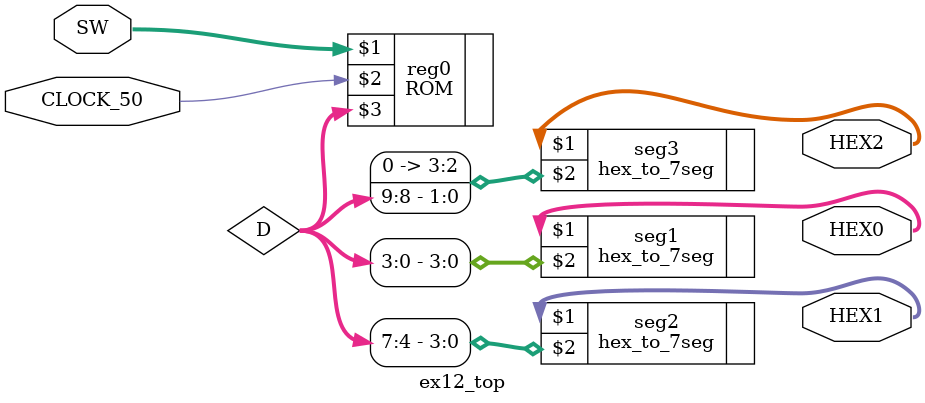
<source format=v>
module ex12_top(
SW,
CLOCK_50,
HEX0,HEX1,HEX2

);

input [9:0] SW;
input CLOCK_50;
output [6:0] HEX0;
output [6:0] HEX1;
output [6:0] HEX2;

wire [9:0]D;


ROM reg0(SW[9:0],CLOCK_50,D[9:0]);
hex_to_7seg seg1(HEX0,D[3:0]);
hex_to_7seg seg2(HEX1,D[7:4]);
hex_to_7seg seg3(HEX2,{2'b0,D[9:8]});


endmodule 
</source>
